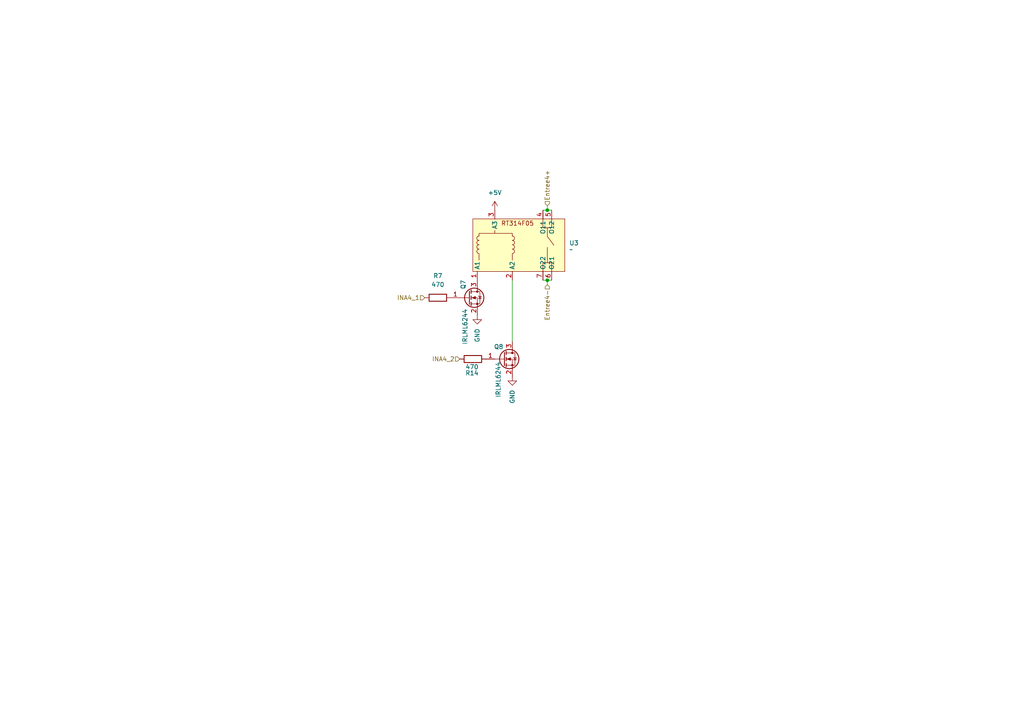
<source format=kicad_sch>
(kicad_sch (version 20250114) (generator "eeschema") (generator_version "9.0")
  (paper "A4")
  (lib_symbols
    (symbol "Device:R" (pin_numbers (hide yes)) (pin_names (offset 0))
      (property "Reference" "R" (at 2.032 0 90))
      (property "Value" "R" (at 0 0 90))
      (symbol "R_0_1"
        (rectangle (start -1.016 -2.54) (end 1.016 2.54) (stroke (width 0.254)))
      )
      (symbol "R_1_1"
        (pin passive line (at 0 3.81 270) (length 1.27) (name "~") (number "1"))
        (pin passive line (at 0 -3.81 90) (length 1.27) (name "~") (number "2"))
      )
    )
    (symbol "RT1_bistable:RT314F05_1"
      (property "Reference" "U" (at 0 0 0))
      (symbol "RT314F05_1_0_1"
        (polyline (pts (xy -16.002 2.667) (xy -16.002 3.429) (xy -6.35 3.429) (xy -6.35 2.667)))
        (arc (start -16.0047 1.397) (mid -16.637 2.032) (end -16.0047 2.667))
        (arc (start -16.0047 0.127) (mid -16.637 0.762) (end -16.0047 1.397))
        (arc (start -16.0047 -1.143) (mid -16.637 -0.508) (end -16.0047 0.127))
        (arc (start -16.0047 -2.413) (mid -16.637 -1.778) (end -16.0047 -1.143))
        (polyline (pts (xy -16.002 -2.54) (xy -16.002 -4.318)))
        (polyline (pts (xy -11.43 3.556) (xy -11.43 4.318)))
        (arc (start -6.3473 2.667) (mid -5.715 2.032) (end -6.3473 1.397))
        (arc (start -6.3473 1.397) (mid -5.715 0.762) (end -6.3473 0.127))
        (arc (start -6.3473 0.127) (mid -5.715 -0.508) (end -6.3473 -1.143))
        (arc (start -6.3473 -1.143) (mid -5.715 -1.778) (end -6.3473 -2.413))
        (polyline (pts (xy -6.35 -2.54) (xy -6.35 -4.318)))
        (polyline (pts (xy 2.54 7.62) (xy 2.54 5.08) (xy 5.08 5.08) (xy 5.08 7.62)))
        (polyline (pts (xy 2.54 -7.62) (xy 2.54 -5.08) (xy 5.08 -5.08) (xy 5.08 -7.62)))
        (polyline (pts (xy 3.81 5.08) (xy 3.81 2.54) (xy 5.715 0)))
        (polyline (pts (xy 3.81 -5.08) (xy 3.81 -0.635)))
      )
      (symbol "RT314F05_1_1_1"
        (rectangle (start -17.78 7.62) (end 8.89 -7.62) (fill (type color) (color 255 255 194 1)))
        (text "RT314F05" (at -4.826 6.35 0) (effects (font (size 1.27 1.27))))
        (pin input line (at -16.51 -10.16 90) (length 2.54) (name "A1") (number "1"))
        (pin input line (at -11.43 10.16 270) (length 2.54) (name "A3") (number "3"))
        (pin input line (at -6.35 -10.16 90) (length 2.54) (name "A2") (number "2"))
        (pin input line (at 2.54 10.16 270) (length 2.54) (name "O11") (number "4"))
        (pin input line (at 2.54 -10.16 90) (length 2.54) (name "O22") (number "7"))
        (pin input line (at 5.08 10.16 270) (length 2.54) (name "O12") (number "5"))
        (pin input line (at 5.08 -10.16 90) (length 2.54) (name "O21") (number "6"))
      )
    )
    (symbol "Transistor_FET:IRLML6244" (pin_names (hide yes))
      (property "Reference" "Q" (at 5.08 1.905 0))
      (property "Value" "IRLML6244" (at 5.08 0 0))
      (symbol "IRLML6244_0_1"
        (polyline (pts (xy 0.254 1.905) (xy 0.254 -1.905)) (stroke (width 0.254)))
        (polyline (pts (xy 0.254 0) (xy -2.54 0)))
        (polyline (pts (xy 0.762 2.286) (xy 0.762 1.27)) (stroke (width 0.254)))
        (polyline (pts (xy 0.762 0.508) (xy 0.762 -0.508)) (stroke (width 0.254)))
        (polyline (pts (xy 0.762 -1.27) (xy 0.762 -2.286)) (stroke (width 0.254)))
        (polyline (pts (xy 0.762 -1.778) (xy 3.302 -1.778) (xy 3.302 1.778) (xy 0.762 1.778)))
        (polyline (pts (xy 1.016 0) (xy 2.032 0.381) (xy 2.032 -0.381) (xy 1.016 0)) (fill (type outline)))
        (circle (center 1.651 0) (radius 2.794) (stroke (width 0.254)))
        (polyline (pts (xy 2.54 2.54) (xy 2.54 1.778)))
        (circle (center 2.54 1.778) (radius 0.254) (fill (type outline)))
        (circle (center 2.54 -1.778) (radius 0.254) (fill (type outline)))
        (polyline (pts (xy 2.54 -2.54) (xy 2.54 0) (xy 0.762 0)))
        (polyline (pts (xy 2.794 0.508) (xy 2.921 0.381) (xy 3.683 0.381) (xy 3.81 0.254)))
        (polyline (pts (xy 3.302 0.381) (xy 2.921 -0.254) (xy 3.683 -0.254) (xy 3.302 0.381)))
      )
      (symbol "IRLML6244_1_1"
        (pin input line (at -5.08 0 0) (length 2.54) (name "G") (number "1"))
        (pin passive line (at 2.54 5.08 270) (length 2.54) (name "D") (number "3"))
        (pin passive line (at 2.54 -5.08 90) (length 2.54) (name "S") (number "2"))
      )
    )
    (symbol "power:+5V" (power) (pin_numbers (hide yes)) (pin_names (offset 0) (hide yes))
      (property "Value" "+5V" (at 0 3.556 0))
      (symbol "+5V_0_1"
        (polyline (pts (xy -0.762 1.27) (xy 0 2.54)))
        (polyline (pts (xy 0 2.54) (xy 0.762 1.27)))
        (polyline (pts (xy 0 0) (xy 0 2.54)))
      )
      (symbol "+5V_1_1"
        (pin power_in line (at 0 0 90) (length 0) (name "~") (number "1"))
      )
    )
    (symbol "power:GND" (power) (pin_numbers (hide yes)) (pin_names (offset 0) (hide yes))
      (property "Value" "GND" (at 0 -3.81 0))
      (symbol "GND_0_1"
        (polyline (pts (xy 0 0) (xy 0 -1.27) (xy 1.27 -1.27) (xy 0 -2.54) (xy -1.27 -1.27) (xy 0 -1.27)))
      )
      (symbol "GND_1_1"
        (pin power_in line (at 0 0 270) (length 0) (name "~") (number "1"))
      )
    )
  )
  (junction (at 158.75 60.96))
  (junction (at 158.75 81.28))
  (wire (pts (xy 158.75 82.55) (xy 158.75 81.28)))
  (wire (pts (xy 158.75 81.28) (xy 160.02 81.28)))
  (wire (pts (xy 158.75 60.96) (xy 160.02 60.96)))
  (wire (pts (xy 148.59 99.06) (xy 148.59 81.28)))
  (wire (pts (xy 157.48 81.28) (xy 158.75 81.28)))
  (wire (pts (xy 157.48 60.96) (xy 158.75 60.96)))
  (wire (pts (xy 158.75 59.69) (xy 158.75 60.96)))
  (hierarchical_label "Entree4+" (shape input) (at 158.75 59.69 90))
  (hierarchical_label "INA4_1" (shape input) (at 123.19 86.36 180))
  (hierarchical_label "INA4_2" (shape input) (at 133.35 104.14 180))
  (hierarchical_label "Entree4-" (shape input) (at 158.75 82.55 270))
  (symbol (lib_id "Device:R") (at 137.16 104.14 90) (unit 1)
    (property "Reference" "R14" (at 136.906 108.204 90))
    (property "Value" "470" (at 136.906 106.426 90))
    (property "Footprint" "Resistor_SMD:R_0603_1608Metric_Pad0.98x0.95mm_HandSolder" (effects (hide yes)))
    (property "Description" "Resistor" (effects (hide yes)))
  )
  (symbol (lib_id "power:GND") (at 138.43 91.44 0) (unit 1)
    (property "Reference" "#PWR031" (effects (hide yes)))
    (property "Value" "GND" (at 138.4299 95.25 90) (effects (justify right)))
    (property "Description" "Power symbol creates a global label with name \"GND\" , ground" (effects (hide yes)))
  )
  (symbol (lib_id "Transistor_FET:IRLML6244") (at 146.05 104.14 0) (unit 1)
    (property "Reference" "Q8" (at 143.256 100.584 0) (effects (justify left)))
    (property "Value" "IRLML6244" (at 144.526 115.316 90) (effects (justify left)))
    (property "Footprint" "Package_TO_SOT_SMD:SOT-23" (effects (hide yes)))
    (property "Datasheet" "https://www.infineon.com/dgdl/Infineon-IRLML6244-DataSheet-v01_01-EN.pdf?fileId=5546d462533600a4015356686fed261f" (effects (hide yes)))
    (property "Description" "6.3A Id, 20V Vds, 21mOhm Rds, N-Channel StrongIRFET Power MOSFET, SOT-23" (effects (hide yes)))
  )
  (symbol (lib_id "Device:R") (at 127 86.36 90) (unit 1)
    (property "Reference" "R13" (at 127 80.01 90))
    (property "Value" "470" (at 127 82.55 90))
    (property "Footprint" "Resistor_SMD:R_0603_1608Metric_Pad0.98x0.95mm_HandSolder" (effects (hide yes)))
    (property "Description" "Resistor" (effects (hide yes)))
    (instances (project "" (path "" (reference "R7") (unit 1)) (path "" (reference "R9") (unit 1)) (path "" (reference "R11") (unit 1)) (path "" (reference "R13") (unit 1)) (path "" (reference "R15") (unit 1))))
  )
  (symbol (lib_id "Transistor_FET:IRLML6244") (at 135.89 86.36 0) (unit 1)
    (property "Reference" "Q7" (at 134.366 82.55 90))
    (property "Value" "IRLML6244" (at 134.874 94.742 90))
    (property "Footprint" "Package_TO_SOT_SMD:SOT-23" (effects (hide yes)))
    (property "Datasheet" "https://www.infineon.com/dgdl/Infineon-IRLML6244-DataSheet-v01_01-EN.pdf?fileId=5546d462533600a4015356686fed261f" (effects (hide yes)))
    (property "Description" "6.3A Id, 20V Vds, 21mOhm Rds, N-Channel StrongIRFET Power MOSFET, SOT-23" (effects (hide yes)))
  )
  (symbol (lib_id "RT1_bistable:RT314F05_1") (at 154.94 71.12 0) (unit 1)
    (property "Reference" "U6" (at 165.1 70.4849 0) (effects (justify left)))
    (property "Value" "~" (at 165.1 72.39 0) (effects (justify left)))
    (instances (project "" (path "" (reference "U3") (unit 1)) (path "" (reference "U4") (unit 1)) (path "" (reference "U5") (unit 1)) (path "" (reference "U6") (unit 1)) (path "" (reference "U7") (unit 1))))
  )
  (symbol (lib_id "power:GND") (at 148.59 109.22 0) (unit 1)
    (property "Reference" "#PWR033" (effects (hide yes)))
    (property "Value" "GND" (at 148.5899 113.03 90) (effects (justify right)))
    (property "Description" "Power symbol creates a global label with name \"GND\" , ground" (effects (hide yes)))
  )
  (symbol (lib_id "power:+5V") (at 143.51 60.96 0) (unit 1)
    (property "Reference" "#PWR032" (effects (hide yes)))
    (property "Value" "+5V" (at 143.51 55.88 0))
    (property "Description" "Power symbol creates a global label with name \"+5V\"" (effects (hide yes)))
  )
)
</source>
